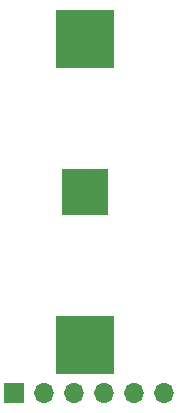
<source format=gbr>
%TF.GenerationSoftware,KiCad,Pcbnew,8.0.6*%
%TF.CreationDate,2024-11-07T13:03:47-03:00*%
%TF.ProjectId,dice-keychain,64696365-2d6b-4657-9963-6861696e2e6b,rev?*%
%TF.SameCoordinates,Original*%
%TF.FileFunction,Soldermask,Bot*%
%TF.FilePolarity,Negative*%
%FSLAX46Y46*%
G04 Gerber Fmt 4.6, Leading zero omitted, Abs format (unit mm)*
G04 Created by KiCad (PCBNEW 8.0.6) date 2024-11-07 13:03:47*
%MOMM*%
%LPD*%
G01*
G04 APERTURE LIST*
%ADD10R,1.700000X1.700000*%
%ADD11O,1.700000X1.700000*%
%ADD12R,4.000000X4.000000*%
%ADD13R,5.000000X5.000000*%
G04 APERTURE END LIST*
D10*
%TO.C,J1*%
X105340000Y-93900000D03*
D11*
X107880000Y-93900000D03*
X110420000Y-93900000D03*
X112960000Y-93900000D03*
X115500000Y-93900000D03*
X118040000Y-93900000D03*
%TD*%
D12*
%TO.C,BT1*%
X111300000Y-76900000D03*
D13*
X111300000Y-89850000D03*
X111300000Y-63950000D03*
%TD*%
M02*

</source>
